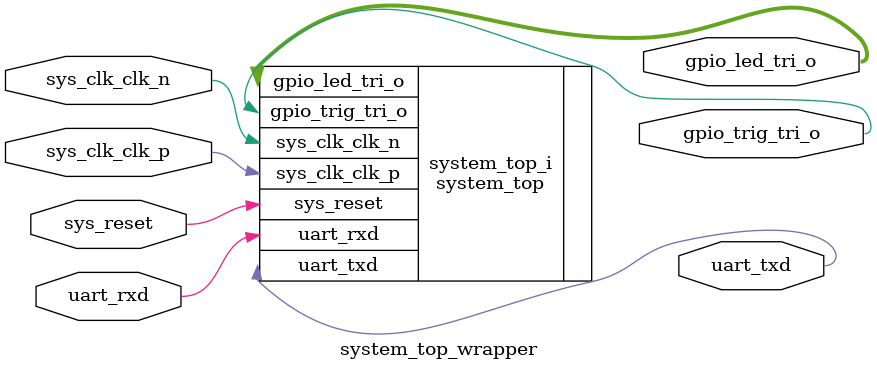
<source format=v>
`timescale 1 ps / 1 ps

module system_top_wrapper
   (gpio_led_tri_o,
    gpio_trig_tri_o,
    sys_clk_clk_n,
    sys_clk_clk_p,
    sys_reset,
    uart_rxd,
    uart_txd);
  output [9:0]gpio_led_tri_o;
  output [0:0]gpio_trig_tri_o;
  input sys_clk_clk_n;
  input sys_clk_clk_p;
  input sys_reset;
  input uart_rxd;
  output uart_txd;

  wire [9:0]gpio_led_tri_o;
  wire [0:0]gpio_trig_tri_o;
  wire sys_clk_clk_n;
  wire sys_clk_clk_p;
  wire sys_reset;
  wire uart_rxd;
  wire uart_txd;

  system_top system_top_i
       (.gpio_led_tri_o(gpio_led_tri_o),
        .gpio_trig_tri_o(gpio_trig_tri_o),
        .sys_clk_clk_n(sys_clk_clk_n),
        .sys_clk_clk_p(sys_clk_clk_p),
        .sys_reset(sys_reset),
        .uart_rxd(uart_rxd),
        .uart_txd(uart_txd));
endmodule

</source>
